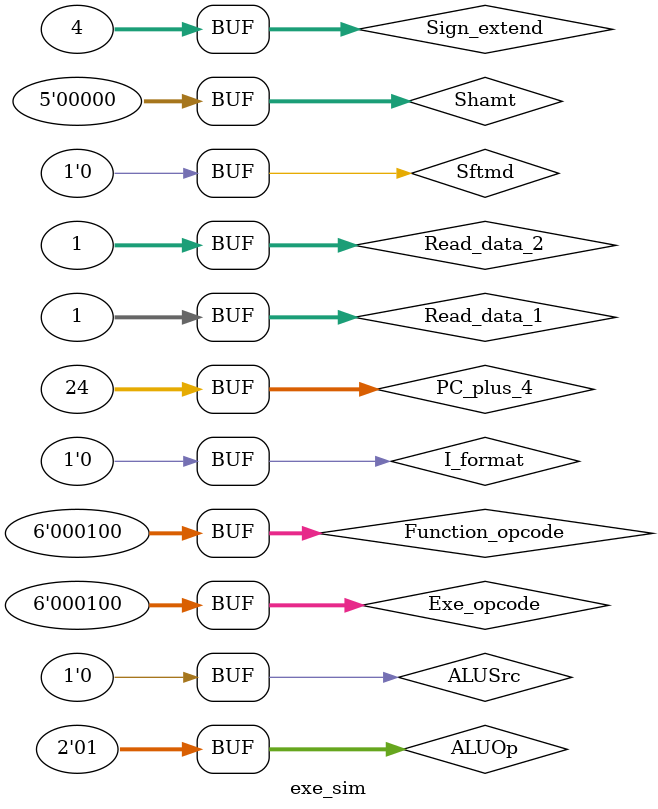
<source format=v>
`timescale 1ns / 1ps

module exe_sim(
    );
   // input
   reg[31:0]  Read_data_1 = 32'h00000005;		//r-form rs
   reg[31:0]  Read_data_2 = 32'h00000006;        //r-form rt
   reg[31:0]  Sign_extend = 32'hffffff40;        //i-form
   reg[5:0]   Function_opcode = 6'b100000;      //add 
   reg[5:0]   Exe_opcode = 6'b000000;          //op code
   reg[1:0]   ALUOp = 2'b10;
   reg[4:0]   Shamt = 5'b00000;
   reg        Sftmd = 1'b0;
   reg        ALUSrc = 1'b0;
   reg        I_format = 1'b0;
   reg[31:0]  PC_plus_4 = 32'h00000004;
    // output
   wire       Zero;
   wire[31:0] ALU_Result;
   wire[31:0] Add_Result;        //pc op        
 
    
   Executs32 Uexe(Read_data_1,Read_data_2,Sign_extend,Function_opcode,Exe_opcode,ALUOp,
                     Shamt,ALUSrc,I_format,Zero,Sftmd,ALU_Result,Add_Result,PC_plus_4
                     );
    initial begin
       #200 begin Exe_opcode = 6'b001000;  //addi 
                Read_data_1 = 32'h00000003;		//r-form rs
                Read_data_2 = 32'h00000006;        //r-form rt
                Sign_extend = 32'hffffff40;  
                Function_opcode = 6'b100000;      //addi 
                ALUOp = 2'b10;
                Shamt = 5'b00000;
                Sftmd = 1'b0;
                ALUSrc = 1'b1;
                I_format = 1'b1;
                PC_plus_4 = 32'h00000008;
            end 
       #200 begin Exe_opcode = 6'b000000;  //and
                Read_data_1 = 32'h000000ff;        //r-form rs
                Read_data_2 = 32'h00000ff0;        //r-form rt
                Sign_extend = 32'hffffff40;  
                Function_opcode = 6'b100100;      //and 
                ALUOp = 2'b10;
                Shamt = 5'b00000;
                Sftmd = 1'b0;
                ALUSrc = 1'b0;
                I_format = 1'b0;
                PC_plus_4 = 32'h0000000c;
             end 
       #200 begin Exe_opcode = 6'b000000;  //sll
                Read_data_1 = 32'h00000001;        //r-form rs
                Read_data_2 = 32'h00000002;        //r-form rt
                Sign_extend = 32'hffffff40;  
                Function_opcode = 6'b000000;      //sll
                ALUOp = 2'b10;
                Shamt = 5'b00011;
                Sftmd = 1'b1;
                ALUSrc = 1'b0;
                I_format = 1'b0;
                PC_plus_4 = 32'h00000010;
           end 
       #200 begin Exe_opcode = 6'b001111;  // LUI
                Read_data_1 = 32'h00000001;        //r-form rs
                Read_data_2 = 32'h00000002;        //r-form rt
                Sign_extend = 32'h00000040;  
                Function_opcode = 6'b000000;      //LUI
                ALUOp = 2'b10;
                Shamt = 5'b00001;
                Sftmd = 1'b0;
                ALUSrc = 1'b1;
                I_format = 1'b1;
                PC_plus_4 = 32'h00000014;
            end 
       #200 begin Exe_opcode = 6'b000100;  // BEQ
                Read_data_1 = 32'h00000001;        //r-form rs
                Read_data_2 = 32'h00000001;        //r-form rt
                Sign_extend = 32'h00000004;  
                Function_opcode = 6'b000100;      //LUI
                ALUOp = 2'b01;
                Shamt = 5'b00000;
                Sftmd = 1'b0;
                ALUSrc = 1'b0;
                I_format = 1'b0;
                PC_plus_4 = 32'h00000018;
            end 
      end
endmodule
</source>
